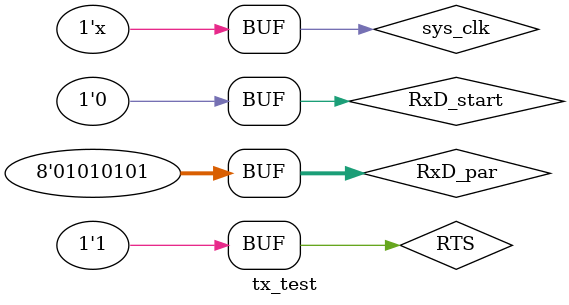
<source format=v>
`timescale 1ns / 1ps


module tx_test;

	// Inputs
	reg [7:0] RxD_par;
	reg RxD_start;
	reg RTS;
	reg sys_clk;
	wire BaudTick;

	// Outputs
	wire TxD_ser;
	
	BaudGen baudgen (
		.sys_clk(sys_clk), 
		.BaudTick(BaudTick)
	);

	// Instantiate the Unit Under Test (UUT)
	UART_TX uut (
		.RxD_par(RxD_par), 
		.RxD_start(RxD_start), 
		.RTS(RTS), 
		.sys_clk(sys_clk), 
		.BaudTick(BaudTick), 
		.TxD_ser(TxD_ser)
	);

	initial begin
		// Initialize Inputs
		RxD_par = 8'b01010101;
		RxD_start = 0;
		RTS = 1;
		sys_clk = 0;

		// Wait 100 ns for global reset to finish
		#4000;
		#37 RxD_start = 1;
		#74 RxD_start = 0;
        
		// Add stimulus here

	end
	
	always begin
		#18.5 sys_clk <= !sys_clk;
	end
      
endmodule


</source>
